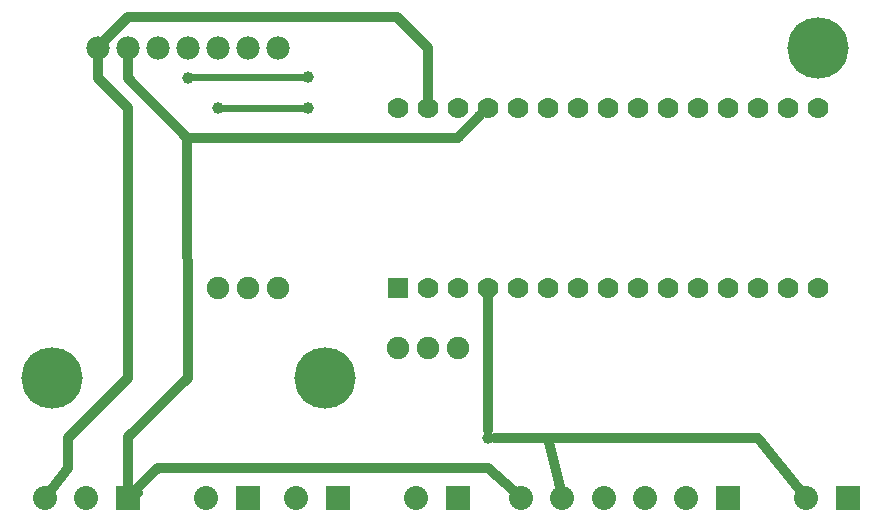
<source format=gbl>
G04 MADE WITH FRITZING*
G04 WWW.FRITZING.ORG*
G04 DOUBLE SIDED*
G04 HOLES PLATED*
G04 CONTOUR ON CENTER OF CONTOUR VECTOR*
%ASAXBY*%
%FSLAX23Y23*%
%MOIN*%
%OFA0B0*%
%SFA1.0B1.0*%
%ADD10C,0.039370*%
%ADD11C,0.204725*%
%ADD12C,0.080000*%
%ADD13C,0.070000*%
%ADD14C,0.075000*%
%ADD15C,0.078000*%
%ADD16R,0.080000X0.080000*%
%ADD17R,0.070000X0.069972*%
%ADD18C,0.032000*%
%ADD19C,0.024000*%
%LNCOPPER0*%
G90*
G70*
G54D10*
X1598Y330D03*
X598Y1530D03*
X999Y1532D03*
X698Y1430D03*
X998Y1430D03*
G54D11*
X2698Y1630D03*
X145Y530D03*
X1055Y530D03*
G54D12*
X2798Y130D03*
X2660Y130D03*
G54D13*
X1298Y830D03*
X1398Y830D03*
X1498Y830D03*
X1598Y830D03*
X1698Y830D03*
X1798Y830D03*
X1898Y830D03*
X1998Y830D03*
X2098Y830D03*
X2198Y830D03*
X2298Y830D03*
X2398Y830D03*
X2498Y830D03*
X2598Y830D03*
X2698Y830D03*
X1298Y1430D03*
X1398Y1430D03*
X1498Y1430D03*
X1598Y1430D03*
X1698Y1430D03*
X1798Y1430D03*
X1898Y1430D03*
X1998Y1430D03*
X2098Y1430D03*
X2198Y1430D03*
X2298Y1430D03*
X2398Y1430D03*
X2498Y1430D03*
X2598Y1430D03*
X2698Y1430D03*
G54D14*
X1498Y630D03*
X1398Y630D03*
X1298Y630D03*
X898Y830D03*
X798Y830D03*
X698Y830D03*
G54D12*
X2398Y130D03*
X2260Y130D03*
X2123Y130D03*
X1985Y130D03*
X1847Y130D03*
X1709Y130D03*
X1098Y130D03*
X960Y130D03*
X798Y130D03*
X660Y130D03*
X398Y130D03*
X260Y130D03*
X123Y130D03*
G54D15*
X298Y1630D03*
X398Y1630D03*
X498Y1630D03*
X598Y1630D03*
X698Y1630D03*
X798Y1630D03*
X898Y1630D03*
G54D12*
X1498Y130D03*
X1360Y130D03*
G54D16*
X2798Y130D03*
G54D17*
X1298Y830D03*
G54D16*
X2398Y130D03*
X1098Y130D03*
X798Y130D03*
X398Y130D03*
X1498Y130D03*
G54D18*
X498Y229D02*
X1598Y230D01*
D02*
X399Y131D02*
X498Y229D01*
D02*
X1598Y230D02*
X1682Y155D01*
D02*
X1799Y330D02*
X2498Y330D01*
D02*
X2498Y330D02*
X2637Y159D01*
D02*
X1622Y330D02*
X1799Y330D01*
D02*
X1598Y796D02*
X1598Y355D01*
D02*
X1799Y330D02*
X1838Y166D01*
D02*
X1398Y1465D02*
X1398Y1630D01*
D02*
X1398Y1630D02*
X1297Y1731D01*
X1297Y1731D02*
X398Y1731D01*
D02*
X398Y1731D02*
X323Y1656D01*
D02*
X198Y330D02*
X198Y230D01*
D02*
X398Y530D02*
X198Y330D01*
D02*
X399Y1430D02*
X398Y530D01*
D02*
X198Y230D02*
X145Y160D01*
D02*
X298Y1530D02*
X399Y1430D01*
D02*
X298Y1595D02*
X298Y1530D01*
D02*
X399Y1530D02*
X597Y1329D01*
D02*
X597Y1329D02*
X597Y1329D01*
D02*
X597Y1329D02*
X1499Y1329D01*
D02*
X1499Y1329D02*
X1574Y1406D01*
D02*
X398Y1595D02*
X399Y1530D01*
D02*
X399Y331D02*
X399Y131D01*
D02*
X598Y530D02*
X399Y331D01*
D02*
X399Y131D02*
X432Y145D01*
D02*
X597Y1329D02*
X598Y530D01*
G54D19*
D02*
X617Y1531D02*
X980Y1531D01*
D02*
X979Y1430D02*
X717Y1430D01*
G04 End of Copper0*
M02*
</source>
